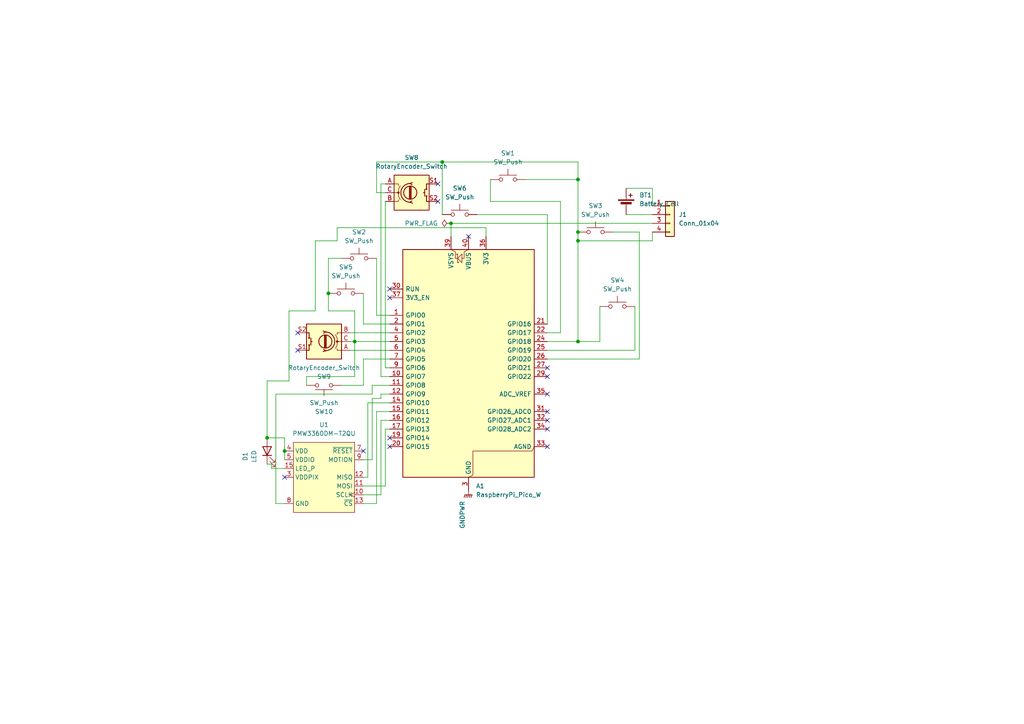
<source format=kicad_sch>
(kicad_sch (version 20250114) (generator "eeschema") (generator_version "9.0")
  (paper "A4")
  (lib_symbols
    (symbol "Connector_Generic:Conn_01x04" (pin_names (offset 1.016) (hide yes))
      (property "Reference" "J" (at 0 5.08 0))
      (property "Value" "Conn_01x04" (at 0 -7.62 0))
      (symbol "Conn_01x04_1_1"
        (rectangle (start -1.27 3.81) (end 1.27 -6.35) (stroke (width 0.254)) (fill (type background)))
        (rectangle (start -1.27 2.667) (end 0 2.413) (stroke (width 0.1524)))
        (rectangle (start -1.27 0.127) (end 0 -0.127) (stroke (width 0.1524)))
        (rectangle (start -1.27 -2.413) (end 0 -2.667) (stroke (width 0.1524)))
        (rectangle (start -1.27 -4.953) (end 0 -5.207) (stroke (width 0.1524)))
        (pin passive line (at -5.08 2.54 0) (length 3.81) (name "Pin_1") (number "1"))
        (pin passive line (at -5.08 0 0) (length 3.81) (name "Pin_2") (number "2"))
        (pin passive line (at -5.08 -2.54 0) (length 3.81) (name "Pin_3") (number "3"))
        (pin passive line (at -5.08 -5.08 0) (length 3.81) (name "Pin_4") (number "4"))
      )
    )
    (symbol "Device:Battery_Cell" (pin_numbers (hide yes)) (pin_names (offset 0) (hide yes))
      (property "Reference" "BT" (at 2.54 2.54 0))
      (property "Value" "Battery_Cell" (at 2.54 0 0))
      (symbol "Battery_Cell_0_1"
        (rectangle (start -2.286 1.778) (end 2.286 1.524) (fill (type outline)))
        (rectangle (start -1.524 1.016) (end 1.524 0.508) (fill (type outline)))
        (polyline (pts (xy 0 1.778) (xy 0 2.54)))
        (polyline (pts (xy 0 0.762) (xy 0 0)))
        (polyline (pts (xy 0.762 3.048) (xy 1.778 3.048)) (stroke (width 0.254)))
        (polyline (pts (xy 1.27 3.556) (xy 1.27 2.54)) (stroke (width 0.254)))
      )
      (symbol "Battery_Cell_1_1"
        (pin passive line (at 0 5.08 270) (length 2.54) (name "+") (number "1"))
        (pin passive line (at 0 -2.54 90) (length 2.54) (name "-") (number "2"))
      )
    )
    (symbol "Device:LED" (pin_numbers (hide yes)) (pin_names (offset 1.016) (hide yes))
      (property "Reference" "D" (at 0 2.54 0))
      (property "Value" "LED" (at 0 -2.54 0))
      (symbol "LED_0_1"
        (polyline (pts (xy -3.048 -0.762) (xy -4.572 -2.286) (xy -3.81 -2.286) (xy -4.572 -2.286) (xy -4.572 -1.524)))
        (polyline (pts (xy -1.778 -0.762) (xy -3.302 -2.286) (xy -2.54 -2.286) (xy -3.302 -2.286) (xy -3.302 -1.524)))
        (polyline (pts (xy -1.27 0) (xy 1.27 0)))
        (polyline (pts (xy -1.27 -1.27) (xy -1.27 1.27)) (stroke (width 0.254)))
        (polyline (pts (xy 1.27 -1.27) (xy 1.27 1.27) (xy -1.27 0) (xy 1.27 -1.27)) (stroke (width 0.254)))
      )
      (symbol "LED_1_1"
        (pin passive line (at -3.81 0 0) (length 2.54) (name "K") (number "1"))
        (pin passive line (at 3.81 0 180) (length 2.54) (name "A") (number "2"))
      )
    )
    (symbol "Device:RotaryEncoder_Switch" (pin_names (offset 0.254) (hide yes))
      (property "Reference" "SW" (at 0 6.604 0))
      (property "Value" "RotaryEncoder_Switch" (at 0 -6.604 0))
      (symbol "RotaryEncoder_Switch_0_1"
        (rectangle (start -5.08 5.08) (end 5.08 -5.08) (stroke (width 0.254)) (fill (type background)))
        (polyline (pts (xy -5.08 2.54) (xy -3.81 2.54) (xy -3.81 2.032)))
        (polyline (pts (xy -5.08 0) (xy -3.81 0) (xy -3.81 -1.016) (xy -3.302 -2.032)))
        (polyline (pts (xy -5.08 -2.54) (xy -3.81 -2.54) (xy -3.81 -2.032)))
        (polyline (pts (xy -4.318 0) (xy -3.81 0) (xy -3.81 1.016) (xy -3.302 2.032)))
        (circle (center -3.81 0) (radius 0.254) (fill (type outline)))
        (polyline (pts (xy -0.635 -1.778) (xy -0.635 1.778)) (stroke (width 0.254)))
        (circle (center -0.381 0) (radius 1.905) (stroke (width 0.254)))
        (polyline (pts (xy -0.381 -1.778) (xy -0.381 1.778)) (stroke (width 0.254)))
        (arc (start -0.381 -2.794) (mid -3.0988 -0.0635) (end -0.381 2.667) (stroke (width 0.254)))
        (polyline (pts (xy -0.127 1.778) (xy -0.127 -1.778)) (stroke (width 0.254)))
        (polyline (pts (xy 0.254 2.921) (xy -0.508 2.667) (xy 0.127 2.286)) (stroke (width 0.254)))
        (polyline (pts (xy 0.254 -3.048) (xy -0.508 -2.794) (xy 0.127 -2.413)) (stroke (width 0.254)))
        (polyline (pts (xy 3.81 1.016) (xy 3.81 -1.016)) (stroke (width 0.254)))
        (polyline (pts (xy 3.81 0) (xy 3.429 0)) (stroke (width 0.254)))
        (circle (center 4.318 1.016) (radius 0.127) (stroke (width 0.254)))
        (circle (center 4.318 -1.016) (radius 0.127) (stroke (width 0.254)))
        (polyline (pts (xy 5.08 2.54) (xy 4.318 2.54) (xy 4.318 1.016)) (stroke (width 0.254)))
        (polyline (pts (xy 5.08 -2.54) (xy 4.318 -2.54) (xy 4.318 -1.016)) (stroke (width 0.254)))
      )
      (symbol "RotaryEncoder_Switch_1_1"
        (pin passive line (at -7.62 2.54 0) (length 2.54) (name "A") (number "A"))
        (pin passive line (at -7.62 0 0) (length 2.54) (name "C") (number "C"))
        (pin passive line (at -7.62 -2.54 0) (length 2.54) (name "B") (number "B"))
        (pin passive line (at 7.62 2.54 180) (length 2.54) (name "S1") (number "S1"))
        (pin passive line (at 7.62 -2.54 180) (length 2.54) (name "S2") (number "S2"))
      )
    )
    (symbol "MCU_Module:RaspberryPi_Pico_W" (pin_names (offset 0.762))
      (property "Reference" "A" (at -19.05 35.56 0))
      (property "Value" "RaspberryPi_Pico_W" (at 7.62 35.56 0))
      (symbol "RaspberryPi_Pico_W_0_1"
        (rectangle (start -19.05 34.29) (end 19.05 -31.75) (stroke (width 0.254)) (fill (type background)))
        (polyline (pts (xy -5.08 34.29) (xy -3.81 33.655) (xy -3.81 31.75) (xy -3.175 31.75)))
        (polyline (pts (xy -3.429 32.766) (xy -3.429 33.02) (xy -3.175 33.02) (xy -3.175 30.48) (xy -2.921 30.48) (xy -2.921 30.734)))
        (polyline (pts (xy -3.175 31.75) (xy -1.905 33.02) (xy -1.905 30.48) (xy -3.175 31.75)))
        (polyline (pts (xy 0 34.29) (xy -1.27 33.655) (xy -1.27 31.75) (xy -1.905 31.75)))
        (polyline (pts (xy 0 -31.75) (xy 1.27 -31.115) (xy 1.27 -24.13) (xy 18.415 -24.13) (xy 19.05 -22.86)))
      )
      (symbol "RaspberryPi_Pico_W_1_1"
        (pin passive line (at -22.86 22.86 0) (length 3.81) (name "RUN") (number "30"))
        (pin passive line (at -22.86 20.32 0) (length 3.81) (name "3V3_EN") (number "37"))
        (pin bidirectional line (at -22.86 15.24 0) (length 3.81) (name "GPIO0") (number "1"))
        (pin bidirectional line (at -22.86 12.7 0) (length 3.81) (name "GPIO1") (number "2"))
        (pin bidirectional line (at -22.86 10.16 0) (length 3.81) (name "GPIO2") (number "4"))
        (pin bidirectional line (at -22.86 7.62 0) (length 3.81) (name "GPIO3") (number "5"))
        (pin bidirectional line (at -22.86 5.08 0) (length 3.81) (name "GPIO4") (number "6"))
        (pin bidirectional line (at -22.86 2.54 0) (length 3.81) (name "GPIO5") (number "7"))
        (pin bidirectional line (at -22.86 0 0) (length 3.81) (name "GPIO6") (number "9"))
        (pin bidirectional line (at -22.86 -2.54 0) (length 3.81) (name "GPIO7") (number "10"))
        (pin bidirectional line (at -22.86 -5.08 0) (length 3.81) (name "GPIO8") (number "11"))
        (pin bidirectional line (at -22.86 -7.62 0) (length 3.81) (name "GPIO9") (number "12"))
        (pin bidirectional line (at -22.86 -10.16 0) (length 3.81) (name "GPIO10") (number "14"))
        (pin bidirectional line (at -22.86 -12.7 0) (length 3.81) (name "GPIO11") (number "15"))
        (pin bidirectional line (at -22.86 -15.24 0) (length 3.81) (name "GPIO12") (number "16"))
        (pin bidirectional line (at -22.86 -17.78 0) (length 3.81) (name "GPIO13") (number "17"))
        (pin bidirectional line (at -22.86 -20.32 0) (length 3.81) (name "GPIO14") (number "19"))
        (pin bidirectional line (at -22.86 -22.86 0) (length 3.81) (name "GPIO15") (number "20"))
        (pin power_in line (at -5.08 38.1 270) (length 3.81) (name "VSYS") (number "39"))
        (pin power_out line (at 0 38.1 270) (length 3.81) (name "VBUS") (number "40"))
        (pin passive line (at 0 -35.56 90) (length 3.81) (hide yes) (name "GND") (number "13"))
        (pin passive line (at 0 -35.56 90) (length 3.81) (hide yes) (name "GND") (number "18"))
        (pin passive line (at 0 -35.56 90) (length 3.81) (hide yes) (name "GND") (number "23"))
        (pin passive line (at 0 -35.56 90) (length 3.81) (hide yes) (name "GND") (number "28"))
        (pin power_out line (at 0 -35.56 90) (length 3.81) (name "GND") (number "3"))
        (pin passive line (at 0 -35.56 90) (length 3.81) (hide yes) (name "GND") (number "38"))
        (pin passive line (at 0 -35.56 90) (length 3.81) (hide yes) (name "GND") (number "8"))
        (pin power_out line (at 5.08 38.1 270) (length 3.81) (name "3V3") (number "36"))
        (pin bidirectional line (at 22.86 12.7 180) (length 3.81) (name "GPIO16") (number "21"))
        (pin bidirectional line (at 22.86 10.16 180) (length 3.81) (name "GPIO17") (number "22"))
        (pin bidirectional line (at 22.86 7.62 180) (length 3.81) (name "GPIO18") (number "24"))
        (pin bidirectional line (at 22.86 5.08 180) (length 3.81) (name "GPIO19") (number "25"))
        (pin bidirectional line (at 22.86 2.54 180) (length 3.81) (name "GPIO20") (number "26"))
        (pin bidirectional line (at 22.86 0 180) (length 3.81) (name "GPIO21") (number "27"))
        (pin bidirectional line (at 22.86 -2.54 180) (length 3.81) (name "GPIO22") (number "29"))
        (pin power_in line (at 22.86 -7.62 180) (length 3.81) (name "ADC_VREF") (number "35"))
        (pin bidirectional line (at 22.86 -12.7 180) (length 3.81) (name "GPIO26_ADC0") (number "31"))
        (pin bidirectional line (at 22.86 -15.24 180) (length 3.81) (name "GPIO27_ADC1") (number "32"))
        (pin bidirectional line (at 22.86 -17.78 180) (length 3.81) (name "GPIO28_ADC2") (number "34"))
        (pin power_out line (at 22.86 -22.86 180) (length 3.81) (name "AGND") (number "33"))
      )
    )
    (symbol "Switch:SW_Push" (pin_numbers (hide yes)) (pin_names (offset 1.016) (hide yes))
      (property "Reference" "SW" (at 1.27 2.54 0))
      (property "Value" "SW_Push" (at 0 -1.524 0))
      (symbol "SW_Push_0_1"
        (circle (center -2.032 0) (radius 0.508))
        (polyline (pts (xy 0 1.27) (xy 0 3.048)))
        (circle (center 2.032 0) (radius 0.508))
        (polyline (pts (xy 2.54 1.27) (xy -2.54 1.27)))
        (pin passive line (at -5.08 0 0) (length 2.54) (name "1") (number "1"))
        (pin passive line (at 5.08 0 180) (length 2.54) (name "2") (number "2"))
      )
    )
    (symbol "pmw3360_pcb:PMW3360DM-T2QU"
      (property "Reference" "U1" (at 0 15.24 0))
      (property "Value" "PMW3360DM-T2QU" (at 0 12.7 0))
      (symbol "PMW3360DM-T2QU_0_1"
        (rectangle (start -8.89 10.16) (end 8.89 -10.16) (fill (type background)))
      )
      (symbol "PMW3360DM-T2QU_1_1"
        (pin power_in line (at -11.43 7.62 0) (length 2.54) (name "VDD") (number "4"))
        (pin power_in line (at -11.43 5.08 0) (length 2.54) (name "VDDIO") (number "5"))
        (pin input line (at -11.43 2.54 0) (length 2.54) (name "LED_P") (number "15"))
        (pin power_out line (at -11.43 0 0) (length 2.54) (name "VDDPIX") (number "3"))
        (pin input line (at -11.43 -7.62 0) (length 2.54) (name "GND") (number "8"))
        (pin no_connect line (at -2.54 21.59 180) (length 2.54) (hide yes) (name "NC") (number "16"))
        (pin no_connect inverted (at -2.54 19.05 180) (length 2.54) (hide yes) (name "NC") (number "14"))
        (pin no_connect line (at -2.54 16.51 180) (length 2.54) (hide yes) (name "NC") (number "2"))
        (pin no_connect line (at -2.54 13.97 180) (length 2.54) (hide yes) (name "NC") (number "1"))
        (pin no_connect line (at -2.54 11.43 180) (length 2.54) (hide yes) (name "NC") (number "6"))
        (pin input line (at 11.43 7.62 180) (length 2.54) (name "~{RESET}") (number "7"))
        (pin output line (at 11.43 5.08 180) (length 2.54) (name "MOTION") (number "9"))
        (pin output line (at 11.43 0 180) (length 2.54) (name "MISO") (number "12"))
        (pin input line (at 11.43 -2.54 180) (length 2.54) (name "MOSI") (number "11"))
        (pin input clock (at 11.43 -5.08 180) (length 2.54) (name "SCLK") (number "10"))
        (pin input line (at 11.43 -7.62 180) (length 2.54) (name "~{CS}") (number "13"))
      )
    )
    (symbol "power:GNDPWR" (power) (pin_numbers (hide yes)) (pin_names (offset 0) (hide yes))
      (property "Value" "GNDPWR" (at 0 -3.302 0))
      (symbol "GNDPWR_0_1"
        (polyline (pts (xy -1.016 -1.27) (xy -1.27 -2.032) (xy -1.27 -2.032)) (stroke (width 0.2032)))
        (polyline (pts (xy -0.508 -1.27) (xy -0.762 -2.032) (xy -0.762 -2.032)) (stroke (width 0.2032)))
        (polyline (pts (xy 0 -1.27) (xy 0 0)))
        (polyline (pts (xy 0 -1.27) (xy -0.254 -2.032) (xy -0.254 -2.032)) (stroke (width 0.2032)))
        (polyline (pts (xy 0.508 -1.27) (xy 0.254 -2.032) (xy 0.254 -2.032)) (stroke (width 0.2032)))
        (polyline (pts (xy 1.016 -1.27) (xy -1.016 -1.27) (xy -1.016 -1.27)) (stroke (width 0.2032)))
        (polyline (pts (xy 1.016 -1.27) (xy 0.762 -2.032) (xy 0.762 -2.032) (xy 0.762 -2.032)) (stroke (width 0.2032)))
      )
      (symbol "GNDPWR_1_1"
        (pin power_in line (at 0 0 270) (length 0) (name "~") (number "1"))
      )
    )
    (symbol "power:PWR_FLAG" (power) (pin_numbers (hide yes)) (pin_names (offset 0) (hide yes))
      (property "Value" "PWR_FLAG" (at 0 3.81 0))
      (symbol "PWR_FLAG_0_0"
        (pin power_out line (at 0 0 90) (length 0) (name "~") (number "1"))
      )
      (symbol "PWR_FLAG_0_1"
        (polyline (pts (xy 0 0) (xy 0 1.27) (xy -1.016 1.905) (xy 0 2.54) (xy 1.016 1.905) (xy 0 1.27)))
      )
    )
  )
  (junction (at 167.64 99.06))
  (junction (at 167.64 69.85))
  (junction (at 128.27 46.99))
  (junction (at 167.64 52.07))
  (junction (at 95.25 85.09))
  (junction (at 130.81 64.77))
  (junction (at 77.47 127))
  (junction (at 102.87 99.06))
  (junction (at 82.55 130.81))
  (junction (at 167.64 67.31))
  (no_connect (at 86.36 96.52))
  (no_connect (at 158.75 119.38))
  (no_connect (at 158.75 121.92))
  (no_connect (at 113.03 127))
  (no_connect (at 158.75 114.3))
  (no_connect (at 127 58.42))
  (no_connect (at 113.03 129.54))
  (no_connect (at 105.41 130.81))
  (no_connect (at 82.55 138.43))
  (no_connect (at 158.75 109.22))
  (no_connect (at 113.03 83.82))
  (no_connect (at 135.89 68.58))
  (no_connect (at 86.36 101.6))
  (no_connect (at 158.75 124.46))
  (no_connect (at 113.03 86.36))
  (no_connect (at 158.75 106.68))
  (no_connect (at 127 53.34))
  (no_connect (at 158.75 129.54))
  (wire (pts (xy 158.75 62.23) (xy 158.75 93.98)))
  (wire (pts (xy 97.79 69.85) (xy 91.44 69.85)))
  (wire (pts (xy 110.49 114.3) (xy 113.03 114.3)))
  (wire (pts (xy 167.64 52.07) (xy 167.64 67.31)))
  (wire (pts (xy 95.25 90.17) (xy 102.87 90.17)))
  (wire (pts (xy 110.49 109.22) (xy 113.03 109.22)))
  (wire (pts (xy 109.22 119.38) (xy 113.03 119.38)))
  (wire (pts (xy 82.55 127) (xy 77.47 127)))
  (wire (pts (xy 99.06 74.93) (xy 95.25 74.93)))
  (wire (pts (xy 130.81 64.77) (xy 130.81 68.58)))
  (wire (pts (xy 184.15 88.9) (xy 184.15 101.6)))
  (wire (pts (xy 102.87 109.22) (xy 102.87 99.06)))
  (wire (pts (xy 110.49 121.92) (xy 113.03 121.92)))
  (wire (pts (xy 181.61 54.61) (xy 189.23 54.61)))
  (wire (pts (xy 140.97 66.04) (xy 97.79 66.04)))
  (wire (pts (xy 140.97 68.58) (xy 140.97 66.04)))
  (wire (pts (xy 111.76 124.46) (xy 113.03 124.46)))
  (wire (pts (xy 105.41 133.35) (xy 107.95 133.35)))
  (wire (pts (xy 111.76 53.34) (xy 110.49 53.34)))
  (wire (pts (xy 177.8 67.31) (xy 185.42 67.31)))
  (wire (pts (xy 107.95 115.57) (xy 110.49 115.57)))
  (wire (pts (xy 106.68 116.84) (xy 113.03 116.84)))
  (wire (pts (xy 158.75 96.52) (xy 162.56 96.52)))
  (wire (pts (xy 158.75 99.06) (xy 167.64 99.06)))
  (wire (pts (xy 88.9 109.22) (xy 102.87 109.22)))
  (wire (pts (xy 189.23 67.31) (xy 189.23 69.85)))
  (wire (pts (xy 91.44 69.85) (xy 91.44 90.17)))
  (wire (pts (xy 107.95 114.3) (xy 80.01 114.3)))
  (wire (pts (xy 111.76 55.88) (xy 109.22 55.88)))
  (wire (pts (xy 189.23 54.61) (xy 189.23 59.69)))
  (wire (pts (xy 109.22 91.44) (xy 113.03 91.44)))
  (wire (pts (xy 82.55 130.81) (xy 82.55 133.35)))
  (wire (pts (xy 167.64 69.85) (xy 167.64 99.06)))
  (wire (pts (xy 109.22 55.88) (xy 109.22 46.99)))
  (wire (pts (xy 185.42 67.31) (xy 185.42 104.14)))
  (wire (pts (xy 102.87 90.17) (xy 102.87 99.06)))
  (wire (pts (xy 138.43 62.23) (xy 158.75 62.23)))
  (wire (pts (xy 173.99 99.06) (xy 167.64 99.06)))
  (wire (pts (xy 110.49 115.57) (xy 110.49 114.3)))
  (wire (pts (xy 128.27 46.99) (xy 167.64 46.99)))
  (wire (pts (xy 102.87 99.06) (xy 113.03 99.06)))
  (wire (pts (xy 105.41 104.14) (xy 105.41 111.76)))
  (wire (pts (xy 111.76 106.68) (xy 113.03 106.68)))
  (wire (pts (xy 105.41 93.98) (xy 113.03 93.98)))
  (wire (pts (xy 142.24 58.42) (xy 162.56 58.42)))
  (wire (pts (xy 107.95 111.76) (xy 107.95 114.3)))
  (wire (pts (xy 109.22 74.93) (xy 109.22 91.44)))
  (wire (pts (xy 83.82 90.17) (xy 91.44 90.17)))
  (wire (pts (xy 189.23 64.77) (xy 130.81 64.77)))
  (wire (pts (xy 173.99 88.9) (xy 173.99 99.06)))
  (wire (pts (xy 78.74 134.62) (xy 77.47 134.62)))
  (wire (pts (xy 80.01 146.05) (xy 82.55 146.05)))
  (wire (pts (xy 105.41 104.14) (xy 113.03 104.14)))
  (wire (pts (xy 82.55 130.81) (xy 82.55 127)))
  (wire (pts (xy 142.24 52.07) (xy 142.24 58.42)))
  (wire (pts (xy 95.25 85.09) (xy 95.25 90.17)))
  (wire (pts (xy 78.74 134.62) (xy 78.74 135.89)))
  (wire (pts (xy 167.64 69.85) (xy 189.23 69.85)))
  (wire (pts (xy 83.82 110.49) (xy 77.47 110.49)))
  (wire (pts (xy 105.41 140.97) (xy 111.76 140.97)))
  (wire (pts (xy 128.27 62.23) (xy 128.27 46.99)))
  (wire (pts (xy 105.41 138.43) (xy 106.68 138.43)))
  (wire (pts (xy 110.49 143.51) (xy 110.49 121.92)))
  (wire (pts (xy 185.42 104.14) (xy 158.75 104.14)))
  (wire (pts (xy 152.4 52.07) (xy 167.64 52.07)))
  (wire (pts (xy 105.41 111.76) (xy 99.06 111.76)))
  (wire (pts (xy 106.68 138.43) (xy 106.68 116.84)))
  (wire (pts (xy 77.47 110.49) (xy 77.47 127)))
  (wire (pts (xy 95.25 74.93) (xy 95.25 85.09)))
  (wire (pts (xy 101.6 99.06) (xy 102.87 99.06)))
  (wire (pts (xy 80.01 114.3) (xy 80.01 146.05)))
  (wire (pts (xy 105.41 143.51) (xy 110.49 143.51)))
  (wire (pts (xy 111.76 140.97) (xy 111.76 124.46)))
  (wire (pts (xy 158.75 101.6) (xy 184.15 101.6)))
  (wire (pts (xy 111.76 58.42) (xy 111.76 106.68)))
  (wire (pts (xy 101.6 101.6) (xy 113.03 101.6)))
  (wire (pts (xy 97.79 66.04) (xy 97.79 69.85)))
  (wire (pts (xy 109.22 146.05) (xy 109.22 119.38)))
  (wire (pts (xy 162.56 58.42) (xy 162.56 96.52)))
  (wire (pts (xy 109.22 46.99) (xy 128.27 46.99)))
  (wire (pts (xy 105.41 146.05) (xy 109.22 146.05)))
  (wire (pts (xy 78.74 135.89) (xy 82.55 135.89)))
  (wire (pts (xy 83.82 90.17) (xy 83.82 110.49)))
  (wire (pts (xy 105.41 85.09) (xy 105.41 93.98)))
  (wire (pts (xy 107.95 111.76) (xy 113.03 111.76)))
  (wire (pts (xy 167.64 67.31) (xy 167.64 69.85)))
  (wire (pts (xy 167.64 46.99) (xy 167.64 52.07)))
  (wire (pts (xy 101.6 96.52) (xy 113.03 96.52)))
  (wire (pts (xy 110.49 53.34) (xy 110.49 109.22)))
  (wire (pts (xy 181.61 62.23) (xy 189.23 62.23)))
  (wire (pts (xy 88.9 109.22) (xy 88.9 111.76)))
  (wire (pts (xy 107.95 133.35) (xy 107.95 115.57)))
  (symbol (lib_id "Switch:SW_Push") (at 104.14 74.93 0) (unit 1)
    (property "Reference" "SW2" (at 104.14 67.31 0))
    (property "Value" "SW_Push" (at 104.14 69.85 0))
    (property "Footprint" "Button_Switch_THT:SW_PUSH_6mm" (effects (hide yes)))
    (property "Description" "Push button switch, generic, two pins" (effects (hide yes)))
  )
  (symbol (lib_id "Device:Battery_Cell") (at 181.61 59.69 0) (unit 1)
    (property "Reference" "BT1" (at 185.42 56.5784 0) (effects (justify left)))
    (property "Value" "Battery_Cell" (at 185.42 59.1184 0) (effects (justify left)))
    (property "Footprint" "Connector_PinHeader_2.54mm:PinHeader_1x04_P2.54mm_Vertical" (effects (hide yes)))
    (property "Description" "Single-cell battery" (effects (hide yes)))
    (property "Sim.Device" "V" (effects (hide yes)))
    (property "Sim.Type" "DC" (effects (hide yes)))
    (property "Sim.Pins" "1=+ 2=-" (effects (hide yes)))
  )
  (symbol (lib_id "Device:RotaryEncoder_Switch") (at 119.38 55.88 0) (unit 1)
    (property "Reference" "SW8" (at 119.38 45.72 0))
    (property "Value" "RotaryEncoder_Switch" (at 119.38 48.26 0))
    (property "Footprint" "Rotary_Encoder:RotaryEncoder_Alps_EC11E-Switch_Vertical_H20mm" (effects (hide yes)))
    (property "Description" "Rotary encoder, dual channel, incremental quadrate outputs, with switch" (effects (hide yes)))
  )
  (symbol (lib_id "Connector_Generic:Conn_01x04") (at 194.31 62.23 0) (unit 1)
    (property "Reference" "J1" (at 196.85 62.2299 0) (effects (justify left)))
    (property "Value" "Conn_01x04" (at 196.85 64.7699 0) (effects (justify left)))
    (property "Footprint" "Connector_PinHeader_2.54mm:PinHeader_1x04_P2.54mm_Vertical" (effects (hide yes)))
    (property "Description" "Generic connector, single row, 01x04, script generated (kicad-library-utils/schlib/autogen/connector/)" (effects (hide yes)))
  )
  (symbol (lib_id "Switch:SW_Push") (at 100.33 85.09 0) (unit 1)
    (property "Reference" "SW5" (at 100.33 77.47 0))
    (property "Value" "SW_Push" (at 100.33 80.01 0))
    (property "Footprint" "Button_Switch_THT:SW_PUSH_6mm" (effects (hide yes)))
    (property "Description" "Push button switch, generic, two pins" (effects (hide yes)))
  )
  (symbol (lib_id "Device:RotaryEncoder_Switch") (at 93.98 99.06 180) (unit 1)
    (property "Reference" "SW9" (at 93.98 109.22 0))
    (property "Value" "RotaryEncoder_Switch" (at 93.98 106.68 0))
    (property "Footprint" "Rotary_Encoder:RotaryEncoder_Alps_EC11E-Switch_Vertical_H20mm" (effects (hide yes)))
    (property "Description" "Rotary encoder, dual channel, incremental quadrate outputs, with switch" (effects (hide yes)))
  )
  (symbol (lib_id "Switch:SW_Push") (at 179.07 88.9 0) (unit 1)
    (property "Reference" "SW4" (at 179.07 81.28 0))
    (property "Value" "SW_Push" (at 179.07 83.82 0))
    (property "Footprint" "Button_Switch_THT:SW_PUSH_6mm" (effects (hide yes)))
    (property "Description" "Push button switch, generic, two pins" (effects (hide yes)))
  )
  (symbol (lib_id "pmw3360_pcb:PMW3360DM-T2QU") (at 93.98 138.43 0) (unit 1)
    (property "Reference" "U1" (at 93.98 123.19 0))
    (property "Value" "PMW3360DM-T2QU" (at 93.98 125.73 0))
    (property "Footprint" "PMW3360_PCB:PMW3360DM-T2QU 16Pin" (effects (hide yes)))
    (property "Datasheet" "https://www.pixart.com/products-detail/tw/10/PMW3360DM-T2QU" (effects (hide yes)))
    (property "Description" "Optical mouse sensor" (effects (hide yes)))
  )
  (symbol (lib_id "power:PWR_FLAG") (at 130.81 64.77 90) (unit 1)
    (property "Reference" "#FLG01" (effects (hide yes)))
    (property "Value" "PWR_FLAG" (at 127 64.7699 90) (effects (justify left)))
    (property "Description" "Special symbol for telling ERC where power comes from" (effects (hide yes)))
  )
  (symbol (lib_id "Switch:SW_Push") (at 147.32 52.07 0) (unit 1)
    (property "Reference" "SW1" (at 147.32 44.45 0))
    (property "Value" "SW_Push" (at 147.32 46.99 0))
    (property "Footprint" "Button_Switch_THT:SW_PUSH_6mm" (effects (hide yes)))
    (property "Description" "Push button switch, generic, two pins" (effects (hide yes)))
  )
  (symbol (lib_id "Switch:SW_Push") (at 133.35 62.23 0) (unit 1)
    (property "Reference" "SW6" (at 133.35 54.61 0))
    (property "Value" "SW_Push" (at 133.35 57.15 0))
    (property "Footprint" "Button_Switch_THT:SW_PUSH_6mm" (effects (hide yes)))
    (property "Description" "Push button switch, generic, two pins" (effects (hide yes)))
  )
  (symbol (lib_id "Switch:SW_Push") (at 172.72 67.31 0) (unit 1)
    (property "Reference" "SW3" (at 172.72 59.69 0))
    (property "Value" "SW_Push" (at 172.72 62.23 0))
    (property "Footprint" "Button_Switch_THT:SW_PUSH_6mm" (effects (hide yes)))
    (property "Description" "Push button switch, generic, two pins" (effects (hide yes)))
  )
  (symbol (lib_id "MCU_Module:RaspberryPi_Pico_W") (at 135.89 106.68 0) (unit 1)
    (property "Reference" "A1" (at 138.0333 140.97 0) (effects (justify left)))
    (property "Value" "RaspberryPi_Pico_W" (at 138.0333 143.51 0) (effects (justify left)))
    (property "Footprint" "Module:RaspberryPi_Pico_W_SMD_HandSolder" (effects (hide yes)))
    (property "Datasheet" "https://datasheets.raspberrypi.com/picow/pico-w-datasheet.pdf" (effects (hide yes)))
    (property "Description" "Versatile and inexpensive wireless microcontroller module powered by RP2040 dual-core Arm Cortex-M0+ processor up to 133 MHz, 264kB SRAM, 2MB QSPI flash, Infineon CYW43439 2.4GHz 802.11n wireless LAN; also supports Raspberry Pi Pico 2 W" (effects (hide yes)))
  )
  (symbol (lib_id "power:GNDPWR") (at 135.89 142.24 0) (unit 1)
    (property "Reference" "#PWR01" (effects (hide yes)))
    (property "Value" "GNDPWR" (at 134.112 145.288 90) (effects (justify right)))
    (property "Description" "Power symbol creates a global label with name \"GNDPWR\" , global ground" (effects (hide yes)))
  )
  (symbol (lib_id "Switch:SW_Push") (at 93.98 111.76 180) (unit 1)
    (property "Reference" "SW10" (at 93.98 119.38 0))
    (property "Value" "SW_Push" (at 93.98 116.84 0))
    (property "Footprint" "Button_Switch_THT:SW_PUSH_6mm" (effects (hide yes)))
    (property "Description" "Push button switch, generic, two pins" (effects (hide yes)))
  )
  (symbol (lib_id "Device:LED") (at 77.47 130.81 90) (unit 1)
    (property "Reference" "D1" (at 71.12 132.3975 0))
    (property "Value" "LED" (at 73.66 132.3975 0))
    (property "Footprint" "Connector_JST:JST_PH_B2B-PH-K_1x02_P2.00mm_Vertical" (effects (hide yes)))
    (property "Description" "Light emitting diode" (effects (hide yes)))
    (property "Sim.Pins" "1=K 2=A" (effects (hide yes)))
  )
)
</source>
